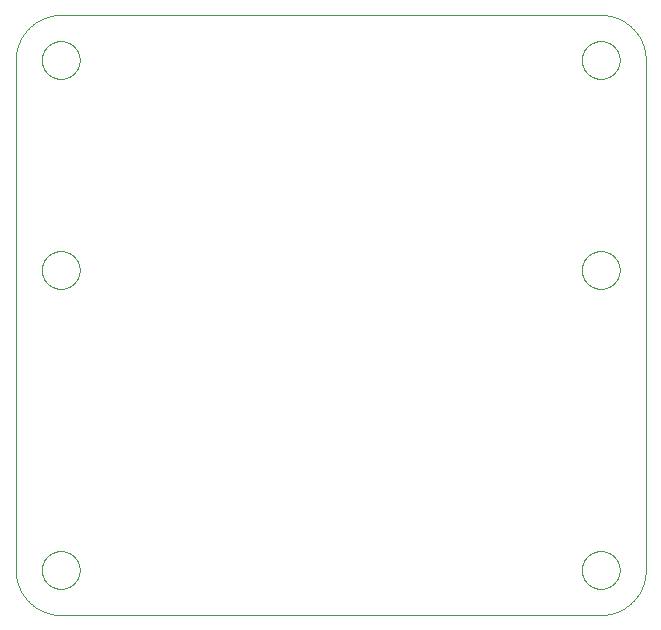
<source format=gko>
G75*
%MOIN*%
%OFA0B0*%
%FSLAX25Y25*%
%IPPOS*%
%LPD*%
%AMOC8*
5,1,8,0,0,1.08239X$1,22.5*
%
%ADD10C,0.00000*%
D10*
X0017000Y0002000D02*
X0197000Y0002000D01*
X0190701Y0017000D02*
X0190703Y0017158D01*
X0190709Y0017316D01*
X0190719Y0017474D01*
X0190733Y0017632D01*
X0190751Y0017789D01*
X0190772Y0017946D01*
X0190798Y0018102D01*
X0190828Y0018258D01*
X0190861Y0018413D01*
X0190899Y0018566D01*
X0190940Y0018719D01*
X0190985Y0018871D01*
X0191034Y0019022D01*
X0191087Y0019171D01*
X0191143Y0019319D01*
X0191203Y0019465D01*
X0191267Y0019610D01*
X0191335Y0019753D01*
X0191406Y0019895D01*
X0191480Y0020035D01*
X0191558Y0020172D01*
X0191640Y0020308D01*
X0191724Y0020442D01*
X0191813Y0020573D01*
X0191904Y0020702D01*
X0191999Y0020829D01*
X0192096Y0020954D01*
X0192197Y0021076D01*
X0192301Y0021195D01*
X0192408Y0021312D01*
X0192518Y0021426D01*
X0192631Y0021537D01*
X0192746Y0021646D01*
X0192864Y0021751D01*
X0192985Y0021853D01*
X0193108Y0021953D01*
X0193234Y0022049D01*
X0193362Y0022142D01*
X0193492Y0022232D01*
X0193625Y0022318D01*
X0193760Y0022402D01*
X0193896Y0022481D01*
X0194035Y0022558D01*
X0194176Y0022630D01*
X0194318Y0022700D01*
X0194462Y0022765D01*
X0194608Y0022827D01*
X0194755Y0022885D01*
X0194904Y0022940D01*
X0195054Y0022991D01*
X0195205Y0023038D01*
X0195357Y0023081D01*
X0195510Y0023120D01*
X0195665Y0023156D01*
X0195820Y0023187D01*
X0195976Y0023215D01*
X0196132Y0023239D01*
X0196289Y0023259D01*
X0196447Y0023275D01*
X0196604Y0023287D01*
X0196763Y0023295D01*
X0196921Y0023299D01*
X0197079Y0023299D01*
X0197237Y0023295D01*
X0197396Y0023287D01*
X0197553Y0023275D01*
X0197711Y0023259D01*
X0197868Y0023239D01*
X0198024Y0023215D01*
X0198180Y0023187D01*
X0198335Y0023156D01*
X0198490Y0023120D01*
X0198643Y0023081D01*
X0198795Y0023038D01*
X0198946Y0022991D01*
X0199096Y0022940D01*
X0199245Y0022885D01*
X0199392Y0022827D01*
X0199538Y0022765D01*
X0199682Y0022700D01*
X0199824Y0022630D01*
X0199965Y0022558D01*
X0200104Y0022481D01*
X0200240Y0022402D01*
X0200375Y0022318D01*
X0200508Y0022232D01*
X0200638Y0022142D01*
X0200766Y0022049D01*
X0200892Y0021953D01*
X0201015Y0021853D01*
X0201136Y0021751D01*
X0201254Y0021646D01*
X0201369Y0021537D01*
X0201482Y0021426D01*
X0201592Y0021312D01*
X0201699Y0021195D01*
X0201803Y0021076D01*
X0201904Y0020954D01*
X0202001Y0020829D01*
X0202096Y0020702D01*
X0202187Y0020573D01*
X0202276Y0020442D01*
X0202360Y0020308D01*
X0202442Y0020172D01*
X0202520Y0020035D01*
X0202594Y0019895D01*
X0202665Y0019753D01*
X0202733Y0019610D01*
X0202797Y0019465D01*
X0202857Y0019319D01*
X0202913Y0019171D01*
X0202966Y0019022D01*
X0203015Y0018871D01*
X0203060Y0018719D01*
X0203101Y0018566D01*
X0203139Y0018413D01*
X0203172Y0018258D01*
X0203202Y0018102D01*
X0203228Y0017946D01*
X0203249Y0017789D01*
X0203267Y0017632D01*
X0203281Y0017474D01*
X0203291Y0017316D01*
X0203297Y0017158D01*
X0203299Y0017000D01*
X0203297Y0016842D01*
X0203291Y0016684D01*
X0203281Y0016526D01*
X0203267Y0016368D01*
X0203249Y0016211D01*
X0203228Y0016054D01*
X0203202Y0015898D01*
X0203172Y0015742D01*
X0203139Y0015587D01*
X0203101Y0015434D01*
X0203060Y0015281D01*
X0203015Y0015129D01*
X0202966Y0014978D01*
X0202913Y0014829D01*
X0202857Y0014681D01*
X0202797Y0014535D01*
X0202733Y0014390D01*
X0202665Y0014247D01*
X0202594Y0014105D01*
X0202520Y0013965D01*
X0202442Y0013828D01*
X0202360Y0013692D01*
X0202276Y0013558D01*
X0202187Y0013427D01*
X0202096Y0013298D01*
X0202001Y0013171D01*
X0201904Y0013046D01*
X0201803Y0012924D01*
X0201699Y0012805D01*
X0201592Y0012688D01*
X0201482Y0012574D01*
X0201369Y0012463D01*
X0201254Y0012354D01*
X0201136Y0012249D01*
X0201015Y0012147D01*
X0200892Y0012047D01*
X0200766Y0011951D01*
X0200638Y0011858D01*
X0200508Y0011768D01*
X0200375Y0011682D01*
X0200240Y0011598D01*
X0200104Y0011519D01*
X0199965Y0011442D01*
X0199824Y0011370D01*
X0199682Y0011300D01*
X0199538Y0011235D01*
X0199392Y0011173D01*
X0199245Y0011115D01*
X0199096Y0011060D01*
X0198946Y0011009D01*
X0198795Y0010962D01*
X0198643Y0010919D01*
X0198490Y0010880D01*
X0198335Y0010844D01*
X0198180Y0010813D01*
X0198024Y0010785D01*
X0197868Y0010761D01*
X0197711Y0010741D01*
X0197553Y0010725D01*
X0197396Y0010713D01*
X0197237Y0010705D01*
X0197079Y0010701D01*
X0196921Y0010701D01*
X0196763Y0010705D01*
X0196604Y0010713D01*
X0196447Y0010725D01*
X0196289Y0010741D01*
X0196132Y0010761D01*
X0195976Y0010785D01*
X0195820Y0010813D01*
X0195665Y0010844D01*
X0195510Y0010880D01*
X0195357Y0010919D01*
X0195205Y0010962D01*
X0195054Y0011009D01*
X0194904Y0011060D01*
X0194755Y0011115D01*
X0194608Y0011173D01*
X0194462Y0011235D01*
X0194318Y0011300D01*
X0194176Y0011370D01*
X0194035Y0011442D01*
X0193896Y0011519D01*
X0193760Y0011598D01*
X0193625Y0011682D01*
X0193492Y0011768D01*
X0193362Y0011858D01*
X0193234Y0011951D01*
X0193108Y0012047D01*
X0192985Y0012147D01*
X0192864Y0012249D01*
X0192746Y0012354D01*
X0192631Y0012463D01*
X0192518Y0012574D01*
X0192408Y0012688D01*
X0192301Y0012805D01*
X0192197Y0012924D01*
X0192096Y0013046D01*
X0191999Y0013171D01*
X0191904Y0013298D01*
X0191813Y0013427D01*
X0191724Y0013558D01*
X0191640Y0013692D01*
X0191558Y0013828D01*
X0191480Y0013965D01*
X0191406Y0014105D01*
X0191335Y0014247D01*
X0191267Y0014390D01*
X0191203Y0014535D01*
X0191143Y0014681D01*
X0191087Y0014829D01*
X0191034Y0014978D01*
X0190985Y0015129D01*
X0190940Y0015281D01*
X0190899Y0015434D01*
X0190861Y0015587D01*
X0190828Y0015742D01*
X0190798Y0015898D01*
X0190772Y0016054D01*
X0190751Y0016211D01*
X0190733Y0016368D01*
X0190719Y0016526D01*
X0190709Y0016684D01*
X0190703Y0016842D01*
X0190701Y0017000D01*
X0197000Y0002000D02*
X0197362Y0002004D01*
X0197725Y0002018D01*
X0198087Y0002039D01*
X0198448Y0002070D01*
X0198808Y0002109D01*
X0199167Y0002157D01*
X0199525Y0002214D01*
X0199882Y0002279D01*
X0200237Y0002353D01*
X0200590Y0002436D01*
X0200941Y0002527D01*
X0201289Y0002626D01*
X0201635Y0002734D01*
X0201979Y0002850D01*
X0202319Y0002975D01*
X0202656Y0003107D01*
X0202990Y0003248D01*
X0203321Y0003397D01*
X0203648Y0003554D01*
X0203971Y0003718D01*
X0204290Y0003890D01*
X0204604Y0004070D01*
X0204915Y0004258D01*
X0205220Y0004453D01*
X0205521Y0004655D01*
X0205817Y0004865D01*
X0206107Y0005081D01*
X0206393Y0005305D01*
X0206673Y0005535D01*
X0206947Y0005772D01*
X0207215Y0006016D01*
X0207478Y0006266D01*
X0207734Y0006522D01*
X0207984Y0006785D01*
X0208228Y0007053D01*
X0208465Y0007327D01*
X0208695Y0007607D01*
X0208919Y0007893D01*
X0209135Y0008183D01*
X0209345Y0008479D01*
X0209547Y0008780D01*
X0209742Y0009085D01*
X0209930Y0009396D01*
X0210110Y0009710D01*
X0210282Y0010029D01*
X0210446Y0010352D01*
X0210603Y0010679D01*
X0210752Y0011010D01*
X0210893Y0011344D01*
X0211025Y0011681D01*
X0211150Y0012021D01*
X0211266Y0012365D01*
X0211374Y0012711D01*
X0211473Y0013059D01*
X0211564Y0013410D01*
X0211647Y0013763D01*
X0211721Y0014118D01*
X0211786Y0014475D01*
X0211843Y0014833D01*
X0211891Y0015192D01*
X0211930Y0015552D01*
X0211961Y0015913D01*
X0211982Y0016275D01*
X0211996Y0016638D01*
X0212000Y0017000D01*
X0212000Y0187000D01*
X0190701Y0187000D02*
X0190703Y0187158D01*
X0190709Y0187316D01*
X0190719Y0187474D01*
X0190733Y0187632D01*
X0190751Y0187789D01*
X0190772Y0187946D01*
X0190798Y0188102D01*
X0190828Y0188258D01*
X0190861Y0188413D01*
X0190899Y0188566D01*
X0190940Y0188719D01*
X0190985Y0188871D01*
X0191034Y0189022D01*
X0191087Y0189171D01*
X0191143Y0189319D01*
X0191203Y0189465D01*
X0191267Y0189610D01*
X0191335Y0189753D01*
X0191406Y0189895D01*
X0191480Y0190035D01*
X0191558Y0190172D01*
X0191640Y0190308D01*
X0191724Y0190442D01*
X0191813Y0190573D01*
X0191904Y0190702D01*
X0191999Y0190829D01*
X0192096Y0190954D01*
X0192197Y0191076D01*
X0192301Y0191195D01*
X0192408Y0191312D01*
X0192518Y0191426D01*
X0192631Y0191537D01*
X0192746Y0191646D01*
X0192864Y0191751D01*
X0192985Y0191853D01*
X0193108Y0191953D01*
X0193234Y0192049D01*
X0193362Y0192142D01*
X0193492Y0192232D01*
X0193625Y0192318D01*
X0193760Y0192402D01*
X0193896Y0192481D01*
X0194035Y0192558D01*
X0194176Y0192630D01*
X0194318Y0192700D01*
X0194462Y0192765D01*
X0194608Y0192827D01*
X0194755Y0192885D01*
X0194904Y0192940D01*
X0195054Y0192991D01*
X0195205Y0193038D01*
X0195357Y0193081D01*
X0195510Y0193120D01*
X0195665Y0193156D01*
X0195820Y0193187D01*
X0195976Y0193215D01*
X0196132Y0193239D01*
X0196289Y0193259D01*
X0196447Y0193275D01*
X0196604Y0193287D01*
X0196763Y0193295D01*
X0196921Y0193299D01*
X0197079Y0193299D01*
X0197237Y0193295D01*
X0197396Y0193287D01*
X0197553Y0193275D01*
X0197711Y0193259D01*
X0197868Y0193239D01*
X0198024Y0193215D01*
X0198180Y0193187D01*
X0198335Y0193156D01*
X0198490Y0193120D01*
X0198643Y0193081D01*
X0198795Y0193038D01*
X0198946Y0192991D01*
X0199096Y0192940D01*
X0199245Y0192885D01*
X0199392Y0192827D01*
X0199538Y0192765D01*
X0199682Y0192700D01*
X0199824Y0192630D01*
X0199965Y0192558D01*
X0200104Y0192481D01*
X0200240Y0192402D01*
X0200375Y0192318D01*
X0200508Y0192232D01*
X0200638Y0192142D01*
X0200766Y0192049D01*
X0200892Y0191953D01*
X0201015Y0191853D01*
X0201136Y0191751D01*
X0201254Y0191646D01*
X0201369Y0191537D01*
X0201482Y0191426D01*
X0201592Y0191312D01*
X0201699Y0191195D01*
X0201803Y0191076D01*
X0201904Y0190954D01*
X0202001Y0190829D01*
X0202096Y0190702D01*
X0202187Y0190573D01*
X0202276Y0190442D01*
X0202360Y0190308D01*
X0202442Y0190172D01*
X0202520Y0190035D01*
X0202594Y0189895D01*
X0202665Y0189753D01*
X0202733Y0189610D01*
X0202797Y0189465D01*
X0202857Y0189319D01*
X0202913Y0189171D01*
X0202966Y0189022D01*
X0203015Y0188871D01*
X0203060Y0188719D01*
X0203101Y0188566D01*
X0203139Y0188413D01*
X0203172Y0188258D01*
X0203202Y0188102D01*
X0203228Y0187946D01*
X0203249Y0187789D01*
X0203267Y0187632D01*
X0203281Y0187474D01*
X0203291Y0187316D01*
X0203297Y0187158D01*
X0203299Y0187000D01*
X0203297Y0186842D01*
X0203291Y0186684D01*
X0203281Y0186526D01*
X0203267Y0186368D01*
X0203249Y0186211D01*
X0203228Y0186054D01*
X0203202Y0185898D01*
X0203172Y0185742D01*
X0203139Y0185587D01*
X0203101Y0185434D01*
X0203060Y0185281D01*
X0203015Y0185129D01*
X0202966Y0184978D01*
X0202913Y0184829D01*
X0202857Y0184681D01*
X0202797Y0184535D01*
X0202733Y0184390D01*
X0202665Y0184247D01*
X0202594Y0184105D01*
X0202520Y0183965D01*
X0202442Y0183828D01*
X0202360Y0183692D01*
X0202276Y0183558D01*
X0202187Y0183427D01*
X0202096Y0183298D01*
X0202001Y0183171D01*
X0201904Y0183046D01*
X0201803Y0182924D01*
X0201699Y0182805D01*
X0201592Y0182688D01*
X0201482Y0182574D01*
X0201369Y0182463D01*
X0201254Y0182354D01*
X0201136Y0182249D01*
X0201015Y0182147D01*
X0200892Y0182047D01*
X0200766Y0181951D01*
X0200638Y0181858D01*
X0200508Y0181768D01*
X0200375Y0181682D01*
X0200240Y0181598D01*
X0200104Y0181519D01*
X0199965Y0181442D01*
X0199824Y0181370D01*
X0199682Y0181300D01*
X0199538Y0181235D01*
X0199392Y0181173D01*
X0199245Y0181115D01*
X0199096Y0181060D01*
X0198946Y0181009D01*
X0198795Y0180962D01*
X0198643Y0180919D01*
X0198490Y0180880D01*
X0198335Y0180844D01*
X0198180Y0180813D01*
X0198024Y0180785D01*
X0197868Y0180761D01*
X0197711Y0180741D01*
X0197553Y0180725D01*
X0197396Y0180713D01*
X0197237Y0180705D01*
X0197079Y0180701D01*
X0196921Y0180701D01*
X0196763Y0180705D01*
X0196604Y0180713D01*
X0196447Y0180725D01*
X0196289Y0180741D01*
X0196132Y0180761D01*
X0195976Y0180785D01*
X0195820Y0180813D01*
X0195665Y0180844D01*
X0195510Y0180880D01*
X0195357Y0180919D01*
X0195205Y0180962D01*
X0195054Y0181009D01*
X0194904Y0181060D01*
X0194755Y0181115D01*
X0194608Y0181173D01*
X0194462Y0181235D01*
X0194318Y0181300D01*
X0194176Y0181370D01*
X0194035Y0181442D01*
X0193896Y0181519D01*
X0193760Y0181598D01*
X0193625Y0181682D01*
X0193492Y0181768D01*
X0193362Y0181858D01*
X0193234Y0181951D01*
X0193108Y0182047D01*
X0192985Y0182147D01*
X0192864Y0182249D01*
X0192746Y0182354D01*
X0192631Y0182463D01*
X0192518Y0182574D01*
X0192408Y0182688D01*
X0192301Y0182805D01*
X0192197Y0182924D01*
X0192096Y0183046D01*
X0191999Y0183171D01*
X0191904Y0183298D01*
X0191813Y0183427D01*
X0191724Y0183558D01*
X0191640Y0183692D01*
X0191558Y0183828D01*
X0191480Y0183965D01*
X0191406Y0184105D01*
X0191335Y0184247D01*
X0191267Y0184390D01*
X0191203Y0184535D01*
X0191143Y0184681D01*
X0191087Y0184829D01*
X0191034Y0184978D01*
X0190985Y0185129D01*
X0190940Y0185281D01*
X0190899Y0185434D01*
X0190861Y0185587D01*
X0190828Y0185742D01*
X0190798Y0185898D01*
X0190772Y0186054D01*
X0190751Y0186211D01*
X0190733Y0186368D01*
X0190719Y0186526D01*
X0190709Y0186684D01*
X0190703Y0186842D01*
X0190701Y0187000D01*
X0197000Y0202000D02*
X0197362Y0201996D01*
X0197725Y0201982D01*
X0198087Y0201961D01*
X0198448Y0201930D01*
X0198808Y0201891D01*
X0199167Y0201843D01*
X0199525Y0201786D01*
X0199882Y0201721D01*
X0200237Y0201647D01*
X0200590Y0201564D01*
X0200941Y0201473D01*
X0201289Y0201374D01*
X0201635Y0201266D01*
X0201979Y0201150D01*
X0202319Y0201025D01*
X0202656Y0200893D01*
X0202990Y0200752D01*
X0203321Y0200603D01*
X0203648Y0200446D01*
X0203971Y0200282D01*
X0204290Y0200110D01*
X0204604Y0199930D01*
X0204915Y0199742D01*
X0205220Y0199547D01*
X0205521Y0199345D01*
X0205817Y0199135D01*
X0206107Y0198919D01*
X0206393Y0198695D01*
X0206673Y0198465D01*
X0206947Y0198228D01*
X0207215Y0197984D01*
X0207478Y0197734D01*
X0207734Y0197478D01*
X0207984Y0197215D01*
X0208228Y0196947D01*
X0208465Y0196673D01*
X0208695Y0196393D01*
X0208919Y0196107D01*
X0209135Y0195817D01*
X0209345Y0195521D01*
X0209547Y0195220D01*
X0209742Y0194915D01*
X0209930Y0194604D01*
X0210110Y0194290D01*
X0210282Y0193971D01*
X0210446Y0193648D01*
X0210603Y0193321D01*
X0210752Y0192990D01*
X0210893Y0192656D01*
X0211025Y0192319D01*
X0211150Y0191979D01*
X0211266Y0191635D01*
X0211374Y0191289D01*
X0211473Y0190941D01*
X0211564Y0190590D01*
X0211647Y0190237D01*
X0211721Y0189882D01*
X0211786Y0189525D01*
X0211843Y0189167D01*
X0211891Y0188808D01*
X0211930Y0188448D01*
X0211961Y0188087D01*
X0211982Y0187725D01*
X0211996Y0187362D01*
X0212000Y0187000D01*
X0197000Y0202000D02*
X0017000Y0202000D01*
X0010701Y0187000D02*
X0010703Y0187158D01*
X0010709Y0187316D01*
X0010719Y0187474D01*
X0010733Y0187632D01*
X0010751Y0187789D01*
X0010772Y0187946D01*
X0010798Y0188102D01*
X0010828Y0188258D01*
X0010861Y0188413D01*
X0010899Y0188566D01*
X0010940Y0188719D01*
X0010985Y0188871D01*
X0011034Y0189022D01*
X0011087Y0189171D01*
X0011143Y0189319D01*
X0011203Y0189465D01*
X0011267Y0189610D01*
X0011335Y0189753D01*
X0011406Y0189895D01*
X0011480Y0190035D01*
X0011558Y0190172D01*
X0011640Y0190308D01*
X0011724Y0190442D01*
X0011813Y0190573D01*
X0011904Y0190702D01*
X0011999Y0190829D01*
X0012096Y0190954D01*
X0012197Y0191076D01*
X0012301Y0191195D01*
X0012408Y0191312D01*
X0012518Y0191426D01*
X0012631Y0191537D01*
X0012746Y0191646D01*
X0012864Y0191751D01*
X0012985Y0191853D01*
X0013108Y0191953D01*
X0013234Y0192049D01*
X0013362Y0192142D01*
X0013492Y0192232D01*
X0013625Y0192318D01*
X0013760Y0192402D01*
X0013896Y0192481D01*
X0014035Y0192558D01*
X0014176Y0192630D01*
X0014318Y0192700D01*
X0014462Y0192765D01*
X0014608Y0192827D01*
X0014755Y0192885D01*
X0014904Y0192940D01*
X0015054Y0192991D01*
X0015205Y0193038D01*
X0015357Y0193081D01*
X0015510Y0193120D01*
X0015665Y0193156D01*
X0015820Y0193187D01*
X0015976Y0193215D01*
X0016132Y0193239D01*
X0016289Y0193259D01*
X0016447Y0193275D01*
X0016604Y0193287D01*
X0016763Y0193295D01*
X0016921Y0193299D01*
X0017079Y0193299D01*
X0017237Y0193295D01*
X0017396Y0193287D01*
X0017553Y0193275D01*
X0017711Y0193259D01*
X0017868Y0193239D01*
X0018024Y0193215D01*
X0018180Y0193187D01*
X0018335Y0193156D01*
X0018490Y0193120D01*
X0018643Y0193081D01*
X0018795Y0193038D01*
X0018946Y0192991D01*
X0019096Y0192940D01*
X0019245Y0192885D01*
X0019392Y0192827D01*
X0019538Y0192765D01*
X0019682Y0192700D01*
X0019824Y0192630D01*
X0019965Y0192558D01*
X0020104Y0192481D01*
X0020240Y0192402D01*
X0020375Y0192318D01*
X0020508Y0192232D01*
X0020638Y0192142D01*
X0020766Y0192049D01*
X0020892Y0191953D01*
X0021015Y0191853D01*
X0021136Y0191751D01*
X0021254Y0191646D01*
X0021369Y0191537D01*
X0021482Y0191426D01*
X0021592Y0191312D01*
X0021699Y0191195D01*
X0021803Y0191076D01*
X0021904Y0190954D01*
X0022001Y0190829D01*
X0022096Y0190702D01*
X0022187Y0190573D01*
X0022276Y0190442D01*
X0022360Y0190308D01*
X0022442Y0190172D01*
X0022520Y0190035D01*
X0022594Y0189895D01*
X0022665Y0189753D01*
X0022733Y0189610D01*
X0022797Y0189465D01*
X0022857Y0189319D01*
X0022913Y0189171D01*
X0022966Y0189022D01*
X0023015Y0188871D01*
X0023060Y0188719D01*
X0023101Y0188566D01*
X0023139Y0188413D01*
X0023172Y0188258D01*
X0023202Y0188102D01*
X0023228Y0187946D01*
X0023249Y0187789D01*
X0023267Y0187632D01*
X0023281Y0187474D01*
X0023291Y0187316D01*
X0023297Y0187158D01*
X0023299Y0187000D01*
X0023297Y0186842D01*
X0023291Y0186684D01*
X0023281Y0186526D01*
X0023267Y0186368D01*
X0023249Y0186211D01*
X0023228Y0186054D01*
X0023202Y0185898D01*
X0023172Y0185742D01*
X0023139Y0185587D01*
X0023101Y0185434D01*
X0023060Y0185281D01*
X0023015Y0185129D01*
X0022966Y0184978D01*
X0022913Y0184829D01*
X0022857Y0184681D01*
X0022797Y0184535D01*
X0022733Y0184390D01*
X0022665Y0184247D01*
X0022594Y0184105D01*
X0022520Y0183965D01*
X0022442Y0183828D01*
X0022360Y0183692D01*
X0022276Y0183558D01*
X0022187Y0183427D01*
X0022096Y0183298D01*
X0022001Y0183171D01*
X0021904Y0183046D01*
X0021803Y0182924D01*
X0021699Y0182805D01*
X0021592Y0182688D01*
X0021482Y0182574D01*
X0021369Y0182463D01*
X0021254Y0182354D01*
X0021136Y0182249D01*
X0021015Y0182147D01*
X0020892Y0182047D01*
X0020766Y0181951D01*
X0020638Y0181858D01*
X0020508Y0181768D01*
X0020375Y0181682D01*
X0020240Y0181598D01*
X0020104Y0181519D01*
X0019965Y0181442D01*
X0019824Y0181370D01*
X0019682Y0181300D01*
X0019538Y0181235D01*
X0019392Y0181173D01*
X0019245Y0181115D01*
X0019096Y0181060D01*
X0018946Y0181009D01*
X0018795Y0180962D01*
X0018643Y0180919D01*
X0018490Y0180880D01*
X0018335Y0180844D01*
X0018180Y0180813D01*
X0018024Y0180785D01*
X0017868Y0180761D01*
X0017711Y0180741D01*
X0017553Y0180725D01*
X0017396Y0180713D01*
X0017237Y0180705D01*
X0017079Y0180701D01*
X0016921Y0180701D01*
X0016763Y0180705D01*
X0016604Y0180713D01*
X0016447Y0180725D01*
X0016289Y0180741D01*
X0016132Y0180761D01*
X0015976Y0180785D01*
X0015820Y0180813D01*
X0015665Y0180844D01*
X0015510Y0180880D01*
X0015357Y0180919D01*
X0015205Y0180962D01*
X0015054Y0181009D01*
X0014904Y0181060D01*
X0014755Y0181115D01*
X0014608Y0181173D01*
X0014462Y0181235D01*
X0014318Y0181300D01*
X0014176Y0181370D01*
X0014035Y0181442D01*
X0013896Y0181519D01*
X0013760Y0181598D01*
X0013625Y0181682D01*
X0013492Y0181768D01*
X0013362Y0181858D01*
X0013234Y0181951D01*
X0013108Y0182047D01*
X0012985Y0182147D01*
X0012864Y0182249D01*
X0012746Y0182354D01*
X0012631Y0182463D01*
X0012518Y0182574D01*
X0012408Y0182688D01*
X0012301Y0182805D01*
X0012197Y0182924D01*
X0012096Y0183046D01*
X0011999Y0183171D01*
X0011904Y0183298D01*
X0011813Y0183427D01*
X0011724Y0183558D01*
X0011640Y0183692D01*
X0011558Y0183828D01*
X0011480Y0183965D01*
X0011406Y0184105D01*
X0011335Y0184247D01*
X0011267Y0184390D01*
X0011203Y0184535D01*
X0011143Y0184681D01*
X0011087Y0184829D01*
X0011034Y0184978D01*
X0010985Y0185129D01*
X0010940Y0185281D01*
X0010899Y0185434D01*
X0010861Y0185587D01*
X0010828Y0185742D01*
X0010798Y0185898D01*
X0010772Y0186054D01*
X0010751Y0186211D01*
X0010733Y0186368D01*
X0010719Y0186526D01*
X0010709Y0186684D01*
X0010703Y0186842D01*
X0010701Y0187000D01*
X0002000Y0187000D02*
X0002004Y0187362D01*
X0002018Y0187725D01*
X0002039Y0188087D01*
X0002070Y0188448D01*
X0002109Y0188808D01*
X0002157Y0189167D01*
X0002214Y0189525D01*
X0002279Y0189882D01*
X0002353Y0190237D01*
X0002436Y0190590D01*
X0002527Y0190941D01*
X0002626Y0191289D01*
X0002734Y0191635D01*
X0002850Y0191979D01*
X0002975Y0192319D01*
X0003107Y0192656D01*
X0003248Y0192990D01*
X0003397Y0193321D01*
X0003554Y0193648D01*
X0003718Y0193971D01*
X0003890Y0194290D01*
X0004070Y0194604D01*
X0004258Y0194915D01*
X0004453Y0195220D01*
X0004655Y0195521D01*
X0004865Y0195817D01*
X0005081Y0196107D01*
X0005305Y0196393D01*
X0005535Y0196673D01*
X0005772Y0196947D01*
X0006016Y0197215D01*
X0006266Y0197478D01*
X0006522Y0197734D01*
X0006785Y0197984D01*
X0007053Y0198228D01*
X0007327Y0198465D01*
X0007607Y0198695D01*
X0007893Y0198919D01*
X0008183Y0199135D01*
X0008479Y0199345D01*
X0008780Y0199547D01*
X0009085Y0199742D01*
X0009396Y0199930D01*
X0009710Y0200110D01*
X0010029Y0200282D01*
X0010352Y0200446D01*
X0010679Y0200603D01*
X0011010Y0200752D01*
X0011344Y0200893D01*
X0011681Y0201025D01*
X0012021Y0201150D01*
X0012365Y0201266D01*
X0012711Y0201374D01*
X0013059Y0201473D01*
X0013410Y0201564D01*
X0013763Y0201647D01*
X0014118Y0201721D01*
X0014475Y0201786D01*
X0014833Y0201843D01*
X0015192Y0201891D01*
X0015552Y0201930D01*
X0015913Y0201961D01*
X0016275Y0201982D01*
X0016638Y0201996D01*
X0017000Y0202000D01*
X0002000Y0187000D02*
X0002000Y0017000D01*
X0010701Y0017000D02*
X0010703Y0017158D01*
X0010709Y0017316D01*
X0010719Y0017474D01*
X0010733Y0017632D01*
X0010751Y0017789D01*
X0010772Y0017946D01*
X0010798Y0018102D01*
X0010828Y0018258D01*
X0010861Y0018413D01*
X0010899Y0018566D01*
X0010940Y0018719D01*
X0010985Y0018871D01*
X0011034Y0019022D01*
X0011087Y0019171D01*
X0011143Y0019319D01*
X0011203Y0019465D01*
X0011267Y0019610D01*
X0011335Y0019753D01*
X0011406Y0019895D01*
X0011480Y0020035D01*
X0011558Y0020172D01*
X0011640Y0020308D01*
X0011724Y0020442D01*
X0011813Y0020573D01*
X0011904Y0020702D01*
X0011999Y0020829D01*
X0012096Y0020954D01*
X0012197Y0021076D01*
X0012301Y0021195D01*
X0012408Y0021312D01*
X0012518Y0021426D01*
X0012631Y0021537D01*
X0012746Y0021646D01*
X0012864Y0021751D01*
X0012985Y0021853D01*
X0013108Y0021953D01*
X0013234Y0022049D01*
X0013362Y0022142D01*
X0013492Y0022232D01*
X0013625Y0022318D01*
X0013760Y0022402D01*
X0013896Y0022481D01*
X0014035Y0022558D01*
X0014176Y0022630D01*
X0014318Y0022700D01*
X0014462Y0022765D01*
X0014608Y0022827D01*
X0014755Y0022885D01*
X0014904Y0022940D01*
X0015054Y0022991D01*
X0015205Y0023038D01*
X0015357Y0023081D01*
X0015510Y0023120D01*
X0015665Y0023156D01*
X0015820Y0023187D01*
X0015976Y0023215D01*
X0016132Y0023239D01*
X0016289Y0023259D01*
X0016447Y0023275D01*
X0016604Y0023287D01*
X0016763Y0023295D01*
X0016921Y0023299D01*
X0017079Y0023299D01*
X0017237Y0023295D01*
X0017396Y0023287D01*
X0017553Y0023275D01*
X0017711Y0023259D01*
X0017868Y0023239D01*
X0018024Y0023215D01*
X0018180Y0023187D01*
X0018335Y0023156D01*
X0018490Y0023120D01*
X0018643Y0023081D01*
X0018795Y0023038D01*
X0018946Y0022991D01*
X0019096Y0022940D01*
X0019245Y0022885D01*
X0019392Y0022827D01*
X0019538Y0022765D01*
X0019682Y0022700D01*
X0019824Y0022630D01*
X0019965Y0022558D01*
X0020104Y0022481D01*
X0020240Y0022402D01*
X0020375Y0022318D01*
X0020508Y0022232D01*
X0020638Y0022142D01*
X0020766Y0022049D01*
X0020892Y0021953D01*
X0021015Y0021853D01*
X0021136Y0021751D01*
X0021254Y0021646D01*
X0021369Y0021537D01*
X0021482Y0021426D01*
X0021592Y0021312D01*
X0021699Y0021195D01*
X0021803Y0021076D01*
X0021904Y0020954D01*
X0022001Y0020829D01*
X0022096Y0020702D01*
X0022187Y0020573D01*
X0022276Y0020442D01*
X0022360Y0020308D01*
X0022442Y0020172D01*
X0022520Y0020035D01*
X0022594Y0019895D01*
X0022665Y0019753D01*
X0022733Y0019610D01*
X0022797Y0019465D01*
X0022857Y0019319D01*
X0022913Y0019171D01*
X0022966Y0019022D01*
X0023015Y0018871D01*
X0023060Y0018719D01*
X0023101Y0018566D01*
X0023139Y0018413D01*
X0023172Y0018258D01*
X0023202Y0018102D01*
X0023228Y0017946D01*
X0023249Y0017789D01*
X0023267Y0017632D01*
X0023281Y0017474D01*
X0023291Y0017316D01*
X0023297Y0017158D01*
X0023299Y0017000D01*
X0023297Y0016842D01*
X0023291Y0016684D01*
X0023281Y0016526D01*
X0023267Y0016368D01*
X0023249Y0016211D01*
X0023228Y0016054D01*
X0023202Y0015898D01*
X0023172Y0015742D01*
X0023139Y0015587D01*
X0023101Y0015434D01*
X0023060Y0015281D01*
X0023015Y0015129D01*
X0022966Y0014978D01*
X0022913Y0014829D01*
X0022857Y0014681D01*
X0022797Y0014535D01*
X0022733Y0014390D01*
X0022665Y0014247D01*
X0022594Y0014105D01*
X0022520Y0013965D01*
X0022442Y0013828D01*
X0022360Y0013692D01*
X0022276Y0013558D01*
X0022187Y0013427D01*
X0022096Y0013298D01*
X0022001Y0013171D01*
X0021904Y0013046D01*
X0021803Y0012924D01*
X0021699Y0012805D01*
X0021592Y0012688D01*
X0021482Y0012574D01*
X0021369Y0012463D01*
X0021254Y0012354D01*
X0021136Y0012249D01*
X0021015Y0012147D01*
X0020892Y0012047D01*
X0020766Y0011951D01*
X0020638Y0011858D01*
X0020508Y0011768D01*
X0020375Y0011682D01*
X0020240Y0011598D01*
X0020104Y0011519D01*
X0019965Y0011442D01*
X0019824Y0011370D01*
X0019682Y0011300D01*
X0019538Y0011235D01*
X0019392Y0011173D01*
X0019245Y0011115D01*
X0019096Y0011060D01*
X0018946Y0011009D01*
X0018795Y0010962D01*
X0018643Y0010919D01*
X0018490Y0010880D01*
X0018335Y0010844D01*
X0018180Y0010813D01*
X0018024Y0010785D01*
X0017868Y0010761D01*
X0017711Y0010741D01*
X0017553Y0010725D01*
X0017396Y0010713D01*
X0017237Y0010705D01*
X0017079Y0010701D01*
X0016921Y0010701D01*
X0016763Y0010705D01*
X0016604Y0010713D01*
X0016447Y0010725D01*
X0016289Y0010741D01*
X0016132Y0010761D01*
X0015976Y0010785D01*
X0015820Y0010813D01*
X0015665Y0010844D01*
X0015510Y0010880D01*
X0015357Y0010919D01*
X0015205Y0010962D01*
X0015054Y0011009D01*
X0014904Y0011060D01*
X0014755Y0011115D01*
X0014608Y0011173D01*
X0014462Y0011235D01*
X0014318Y0011300D01*
X0014176Y0011370D01*
X0014035Y0011442D01*
X0013896Y0011519D01*
X0013760Y0011598D01*
X0013625Y0011682D01*
X0013492Y0011768D01*
X0013362Y0011858D01*
X0013234Y0011951D01*
X0013108Y0012047D01*
X0012985Y0012147D01*
X0012864Y0012249D01*
X0012746Y0012354D01*
X0012631Y0012463D01*
X0012518Y0012574D01*
X0012408Y0012688D01*
X0012301Y0012805D01*
X0012197Y0012924D01*
X0012096Y0013046D01*
X0011999Y0013171D01*
X0011904Y0013298D01*
X0011813Y0013427D01*
X0011724Y0013558D01*
X0011640Y0013692D01*
X0011558Y0013828D01*
X0011480Y0013965D01*
X0011406Y0014105D01*
X0011335Y0014247D01*
X0011267Y0014390D01*
X0011203Y0014535D01*
X0011143Y0014681D01*
X0011087Y0014829D01*
X0011034Y0014978D01*
X0010985Y0015129D01*
X0010940Y0015281D01*
X0010899Y0015434D01*
X0010861Y0015587D01*
X0010828Y0015742D01*
X0010798Y0015898D01*
X0010772Y0016054D01*
X0010751Y0016211D01*
X0010733Y0016368D01*
X0010719Y0016526D01*
X0010709Y0016684D01*
X0010703Y0016842D01*
X0010701Y0017000D01*
X0002000Y0017000D02*
X0002004Y0016638D01*
X0002018Y0016275D01*
X0002039Y0015913D01*
X0002070Y0015552D01*
X0002109Y0015192D01*
X0002157Y0014833D01*
X0002214Y0014475D01*
X0002279Y0014118D01*
X0002353Y0013763D01*
X0002436Y0013410D01*
X0002527Y0013059D01*
X0002626Y0012711D01*
X0002734Y0012365D01*
X0002850Y0012021D01*
X0002975Y0011681D01*
X0003107Y0011344D01*
X0003248Y0011010D01*
X0003397Y0010679D01*
X0003554Y0010352D01*
X0003718Y0010029D01*
X0003890Y0009710D01*
X0004070Y0009396D01*
X0004258Y0009085D01*
X0004453Y0008780D01*
X0004655Y0008479D01*
X0004865Y0008183D01*
X0005081Y0007893D01*
X0005305Y0007607D01*
X0005535Y0007327D01*
X0005772Y0007053D01*
X0006016Y0006785D01*
X0006266Y0006522D01*
X0006522Y0006266D01*
X0006785Y0006016D01*
X0007053Y0005772D01*
X0007327Y0005535D01*
X0007607Y0005305D01*
X0007893Y0005081D01*
X0008183Y0004865D01*
X0008479Y0004655D01*
X0008780Y0004453D01*
X0009085Y0004258D01*
X0009396Y0004070D01*
X0009710Y0003890D01*
X0010029Y0003718D01*
X0010352Y0003554D01*
X0010679Y0003397D01*
X0011010Y0003248D01*
X0011344Y0003107D01*
X0011681Y0002975D01*
X0012021Y0002850D01*
X0012365Y0002734D01*
X0012711Y0002626D01*
X0013059Y0002527D01*
X0013410Y0002436D01*
X0013763Y0002353D01*
X0014118Y0002279D01*
X0014475Y0002214D01*
X0014833Y0002157D01*
X0015192Y0002109D01*
X0015552Y0002070D01*
X0015913Y0002039D01*
X0016275Y0002018D01*
X0016638Y0002004D01*
X0017000Y0002000D01*
X0010701Y0117000D02*
X0010703Y0117158D01*
X0010709Y0117316D01*
X0010719Y0117474D01*
X0010733Y0117632D01*
X0010751Y0117789D01*
X0010772Y0117946D01*
X0010798Y0118102D01*
X0010828Y0118258D01*
X0010861Y0118413D01*
X0010899Y0118566D01*
X0010940Y0118719D01*
X0010985Y0118871D01*
X0011034Y0119022D01*
X0011087Y0119171D01*
X0011143Y0119319D01*
X0011203Y0119465D01*
X0011267Y0119610D01*
X0011335Y0119753D01*
X0011406Y0119895D01*
X0011480Y0120035D01*
X0011558Y0120172D01*
X0011640Y0120308D01*
X0011724Y0120442D01*
X0011813Y0120573D01*
X0011904Y0120702D01*
X0011999Y0120829D01*
X0012096Y0120954D01*
X0012197Y0121076D01*
X0012301Y0121195D01*
X0012408Y0121312D01*
X0012518Y0121426D01*
X0012631Y0121537D01*
X0012746Y0121646D01*
X0012864Y0121751D01*
X0012985Y0121853D01*
X0013108Y0121953D01*
X0013234Y0122049D01*
X0013362Y0122142D01*
X0013492Y0122232D01*
X0013625Y0122318D01*
X0013760Y0122402D01*
X0013896Y0122481D01*
X0014035Y0122558D01*
X0014176Y0122630D01*
X0014318Y0122700D01*
X0014462Y0122765D01*
X0014608Y0122827D01*
X0014755Y0122885D01*
X0014904Y0122940D01*
X0015054Y0122991D01*
X0015205Y0123038D01*
X0015357Y0123081D01*
X0015510Y0123120D01*
X0015665Y0123156D01*
X0015820Y0123187D01*
X0015976Y0123215D01*
X0016132Y0123239D01*
X0016289Y0123259D01*
X0016447Y0123275D01*
X0016604Y0123287D01*
X0016763Y0123295D01*
X0016921Y0123299D01*
X0017079Y0123299D01*
X0017237Y0123295D01*
X0017396Y0123287D01*
X0017553Y0123275D01*
X0017711Y0123259D01*
X0017868Y0123239D01*
X0018024Y0123215D01*
X0018180Y0123187D01*
X0018335Y0123156D01*
X0018490Y0123120D01*
X0018643Y0123081D01*
X0018795Y0123038D01*
X0018946Y0122991D01*
X0019096Y0122940D01*
X0019245Y0122885D01*
X0019392Y0122827D01*
X0019538Y0122765D01*
X0019682Y0122700D01*
X0019824Y0122630D01*
X0019965Y0122558D01*
X0020104Y0122481D01*
X0020240Y0122402D01*
X0020375Y0122318D01*
X0020508Y0122232D01*
X0020638Y0122142D01*
X0020766Y0122049D01*
X0020892Y0121953D01*
X0021015Y0121853D01*
X0021136Y0121751D01*
X0021254Y0121646D01*
X0021369Y0121537D01*
X0021482Y0121426D01*
X0021592Y0121312D01*
X0021699Y0121195D01*
X0021803Y0121076D01*
X0021904Y0120954D01*
X0022001Y0120829D01*
X0022096Y0120702D01*
X0022187Y0120573D01*
X0022276Y0120442D01*
X0022360Y0120308D01*
X0022442Y0120172D01*
X0022520Y0120035D01*
X0022594Y0119895D01*
X0022665Y0119753D01*
X0022733Y0119610D01*
X0022797Y0119465D01*
X0022857Y0119319D01*
X0022913Y0119171D01*
X0022966Y0119022D01*
X0023015Y0118871D01*
X0023060Y0118719D01*
X0023101Y0118566D01*
X0023139Y0118413D01*
X0023172Y0118258D01*
X0023202Y0118102D01*
X0023228Y0117946D01*
X0023249Y0117789D01*
X0023267Y0117632D01*
X0023281Y0117474D01*
X0023291Y0117316D01*
X0023297Y0117158D01*
X0023299Y0117000D01*
X0023297Y0116842D01*
X0023291Y0116684D01*
X0023281Y0116526D01*
X0023267Y0116368D01*
X0023249Y0116211D01*
X0023228Y0116054D01*
X0023202Y0115898D01*
X0023172Y0115742D01*
X0023139Y0115587D01*
X0023101Y0115434D01*
X0023060Y0115281D01*
X0023015Y0115129D01*
X0022966Y0114978D01*
X0022913Y0114829D01*
X0022857Y0114681D01*
X0022797Y0114535D01*
X0022733Y0114390D01*
X0022665Y0114247D01*
X0022594Y0114105D01*
X0022520Y0113965D01*
X0022442Y0113828D01*
X0022360Y0113692D01*
X0022276Y0113558D01*
X0022187Y0113427D01*
X0022096Y0113298D01*
X0022001Y0113171D01*
X0021904Y0113046D01*
X0021803Y0112924D01*
X0021699Y0112805D01*
X0021592Y0112688D01*
X0021482Y0112574D01*
X0021369Y0112463D01*
X0021254Y0112354D01*
X0021136Y0112249D01*
X0021015Y0112147D01*
X0020892Y0112047D01*
X0020766Y0111951D01*
X0020638Y0111858D01*
X0020508Y0111768D01*
X0020375Y0111682D01*
X0020240Y0111598D01*
X0020104Y0111519D01*
X0019965Y0111442D01*
X0019824Y0111370D01*
X0019682Y0111300D01*
X0019538Y0111235D01*
X0019392Y0111173D01*
X0019245Y0111115D01*
X0019096Y0111060D01*
X0018946Y0111009D01*
X0018795Y0110962D01*
X0018643Y0110919D01*
X0018490Y0110880D01*
X0018335Y0110844D01*
X0018180Y0110813D01*
X0018024Y0110785D01*
X0017868Y0110761D01*
X0017711Y0110741D01*
X0017553Y0110725D01*
X0017396Y0110713D01*
X0017237Y0110705D01*
X0017079Y0110701D01*
X0016921Y0110701D01*
X0016763Y0110705D01*
X0016604Y0110713D01*
X0016447Y0110725D01*
X0016289Y0110741D01*
X0016132Y0110761D01*
X0015976Y0110785D01*
X0015820Y0110813D01*
X0015665Y0110844D01*
X0015510Y0110880D01*
X0015357Y0110919D01*
X0015205Y0110962D01*
X0015054Y0111009D01*
X0014904Y0111060D01*
X0014755Y0111115D01*
X0014608Y0111173D01*
X0014462Y0111235D01*
X0014318Y0111300D01*
X0014176Y0111370D01*
X0014035Y0111442D01*
X0013896Y0111519D01*
X0013760Y0111598D01*
X0013625Y0111682D01*
X0013492Y0111768D01*
X0013362Y0111858D01*
X0013234Y0111951D01*
X0013108Y0112047D01*
X0012985Y0112147D01*
X0012864Y0112249D01*
X0012746Y0112354D01*
X0012631Y0112463D01*
X0012518Y0112574D01*
X0012408Y0112688D01*
X0012301Y0112805D01*
X0012197Y0112924D01*
X0012096Y0113046D01*
X0011999Y0113171D01*
X0011904Y0113298D01*
X0011813Y0113427D01*
X0011724Y0113558D01*
X0011640Y0113692D01*
X0011558Y0113828D01*
X0011480Y0113965D01*
X0011406Y0114105D01*
X0011335Y0114247D01*
X0011267Y0114390D01*
X0011203Y0114535D01*
X0011143Y0114681D01*
X0011087Y0114829D01*
X0011034Y0114978D01*
X0010985Y0115129D01*
X0010940Y0115281D01*
X0010899Y0115434D01*
X0010861Y0115587D01*
X0010828Y0115742D01*
X0010798Y0115898D01*
X0010772Y0116054D01*
X0010751Y0116211D01*
X0010733Y0116368D01*
X0010719Y0116526D01*
X0010709Y0116684D01*
X0010703Y0116842D01*
X0010701Y0117000D01*
X0190701Y0117000D02*
X0190703Y0117158D01*
X0190709Y0117316D01*
X0190719Y0117474D01*
X0190733Y0117632D01*
X0190751Y0117789D01*
X0190772Y0117946D01*
X0190798Y0118102D01*
X0190828Y0118258D01*
X0190861Y0118413D01*
X0190899Y0118566D01*
X0190940Y0118719D01*
X0190985Y0118871D01*
X0191034Y0119022D01*
X0191087Y0119171D01*
X0191143Y0119319D01*
X0191203Y0119465D01*
X0191267Y0119610D01*
X0191335Y0119753D01*
X0191406Y0119895D01*
X0191480Y0120035D01*
X0191558Y0120172D01*
X0191640Y0120308D01*
X0191724Y0120442D01*
X0191813Y0120573D01*
X0191904Y0120702D01*
X0191999Y0120829D01*
X0192096Y0120954D01*
X0192197Y0121076D01*
X0192301Y0121195D01*
X0192408Y0121312D01*
X0192518Y0121426D01*
X0192631Y0121537D01*
X0192746Y0121646D01*
X0192864Y0121751D01*
X0192985Y0121853D01*
X0193108Y0121953D01*
X0193234Y0122049D01*
X0193362Y0122142D01*
X0193492Y0122232D01*
X0193625Y0122318D01*
X0193760Y0122402D01*
X0193896Y0122481D01*
X0194035Y0122558D01*
X0194176Y0122630D01*
X0194318Y0122700D01*
X0194462Y0122765D01*
X0194608Y0122827D01*
X0194755Y0122885D01*
X0194904Y0122940D01*
X0195054Y0122991D01*
X0195205Y0123038D01*
X0195357Y0123081D01*
X0195510Y0123120D01*
X0195665Y0123156D01*
X0195820Y0123187D01*
X0195976Y0123215D01*
X0196132Y0123239D01*
X0196289Y0123259D01*
X0196447Y0123275D01*
X0196604Y0123287D01*
X0196763Y0123295D01*
X0196921Y0123299D01*
X0197079Y0123299D01*
X0197237Y0123295D01*
X0197396Y0123287D01*
X0197553Y0123275D01*
X0197711Y0123259D01*
X0197868Y0123239D01*
X0198024Y0123215D01*
X0198180Y0123187D01*
X0198335Y0123156D01*
X0198490Y0123120D01*
X0198643Y0123081D01*
X0198795Y0123038D01*
X0198946Y0122991D01*
X0199096Y0122940D01*
X0199245Y0122885D01*
X0199392Y0122827D01*
X0199538Y0122765D01*
X0199682Y0122700D01*
X0199824Y0122630D01*
X0199965Y0122558D01*
X0200104Y0122481D01*
X0200240Y0122402D01*
X0200375Y0122318D01*
X0200508Y0122232D01*
X0200638Y0122142D01*
X0200766Y0122049D01*
X0200892Y0121953D01*
X0201015Y0121853D01*
X0201136Y0121751D01*
X0201254Y0121646D01*
X0201369Y0121537D01*
X0201482Y0121426D01*
X0201592Y0121312D01*
X0201699Y0121195D01*
X0201803Y0121076D01*
X0201904Y0120954D01*
X0202001Y0120829D01*
X0202096Y0120702D01*
X0202187Y0120573D01*
X0202276Y0120442D01*
X0202360Y0120308D01*
X0202442Y0120172D01*
X0202520Y0120035D01*
X0202594Y0119895D01*
X0202665Y0119753D01*
X0202733Y0119610D01*
X0202797Y0119465D01*
X0202857Y0119319D01*
X0202913Y0119171D01*
X0202966Y0119022D01*
X0203015Y0118871D01*
X0203060Y0118719D01*
X0203101Y0118566D01*
X0203139Y0118413D01*
X0203172Y0118258D01*
X0203202Y0118102D01*
X0203228Y0117946D01*
X0203249Y0117789D01*
X0203267Y0117632D01*
X0203281Y0117474D01*
X0203291Y0117316D01*
X0203297Y0117158D01*
X0203299Y0117000D01*
X0203297Y0116842D01*
X0203291Y0116684D01*
X0203281Y0116526D01*
X0203267Y0116368D01*
X0203249Y0116211D01*
X0203228Y0116054D01*
X0203202Y0115898D01*
X0203172Y0115742D01*
X0203139Y0115587D01*
X0203101Y0115434D01*
X0203060Y0115281D01*
X0203015Y0115129D01*
X0202966Y0114978D01*
X0202913Y0114829D01*
X0202857Y0114681D01*
X0202797Y0114535D01*
X0202733Y0114390D01*
X0202665Y0114247D01*
X0202594Y0114105D01*
X0202520Y0113965D01*
X0202442Y0113828D01*
X0202360Y0113692D01*
X0202276Y0113558D01*
X0202187Y0113427D01*
X0202096Y0113298D01*
X0202001Y0113171D01*
X0201904Y0113046D01*
X0201803Y0112924D01*
X0201699Y0112805D01*
X0201592Y0112688D01*
X0201482Y0112574D01*
X0201369Y0112463D01*
X0201254Y0112354D01*
X0201136Y0112249D01*
X0201015Y0112147D01*
X0200892Y0112047D01*
X0200766Y0111951D01*
X0200638Y0111858D01*
X0200508Y0111768D01*
X0200375Y0111682D01*
X0200240Y0111598D01*
X0200104Y0111519D01*
X0199965Y0111442D01*
X0199824Y0111370D01*
X0199682Y0111300D01*
X0199538Y0111235D01*
X0199392Y0111173D01*
X0199245Y0111115D01*
X0199096Y0111060D01*
X0198946Y0111009D01*
X0198795Y0110962D01*
X0198643Y0110919D01*
X0198490Y0110880D01*
X0198335Y0110844D01*
X0198180Y0110813D01*
X0198024Y0110785D01*
X0197868Y0110761D01*
X0197711Y0110741D01*
X0197553Y0110725D01*
X0197396Y0110713D01*
X0197237Y0110705D01*
X0197079Y0110701D01*
X0196921Y0110701D01*
X0196763Y0110705D01*
X0196604Y0110713D01*
X0196447Y0110725D01*
X0196289Y0110741D01*
X0196132Y0110761D01*
X0195976Y0110785D01*
X0195820Y0110813D01*
X0195665Y0110844D01*
X0195510Y0110880D01*
X0195357Y0110919D01*
X0195205Y0110962D01*
X0195054Y0111009D01*
X0194904Y0111060D01*
X0194755Y0111115D01*
X0194608Y0111173D01*
X0194462Y0111235D01*
X0194318Y0111300D01*
X0194176Y0111370D01*
X0194035Y0111442D01*
X0193896Y0111519D01*
X0193760Y0111598D01*
X0193625Y0111682D01*
X0193492Y0111768D01*
X0193362Y0111858D01*
X0193234Y0111951D01*
X0193108Y0112047D01*
X0192985Y0112147D01*
X0192864Y0112249D01*
X0192746Y0112354D01*
X0192631Y0112463D01*
X0192518Y0112574D01*
X0192408Y0112688D01*
X0192301Y0112805D01*
X0192197Y0112924D01*
X0192096Y0113046D01*
X0191999Y0113171D01*
X0191904Y0113298D01*
X0191813Y0113427D01*
X0191724Y0113558D01*
X0191640Y0113692D01*
X0191558Y0113828D01*
X0191480Y0113965D01*
X0191406Y0114105D01*
X0191335Y0114247D01*
X0191267Y0114390D01*
X0191203Y0114535D01*
X0191143Y0114681D01*
X0191087Y0114829D01*
X0191034Y0114978D01*
X0190985Y0115129D01*
X0190940Y0115281D01*
X0190899Y0115434D01*
X0190861Y0115587D01*
X0190828Y0115742D01*
X0190798Y0115898D01*
X0190772Y0116054D01*
X0190751Y0116211D01*
X0190733Y0116368D01*
X0190719Y0116526D01*
X0190709Y0116684D01*
X0190703Y0116842D01*
X0190701Y0117000D01*
M02*

</source>
